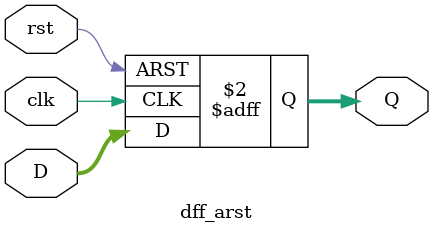
<source format=sv>
`timescale 1ns/10ps
module dff_arst #(parameter bits = 4) (
input [bits-1:0] D, 
input rst, clk,
output reg [bits-1:0] Q);
	always@(posedge clk, posedge rst) begin
		if(rst) Q <= 0;
		else Q <= D;	
	end
endmodule

</source>
